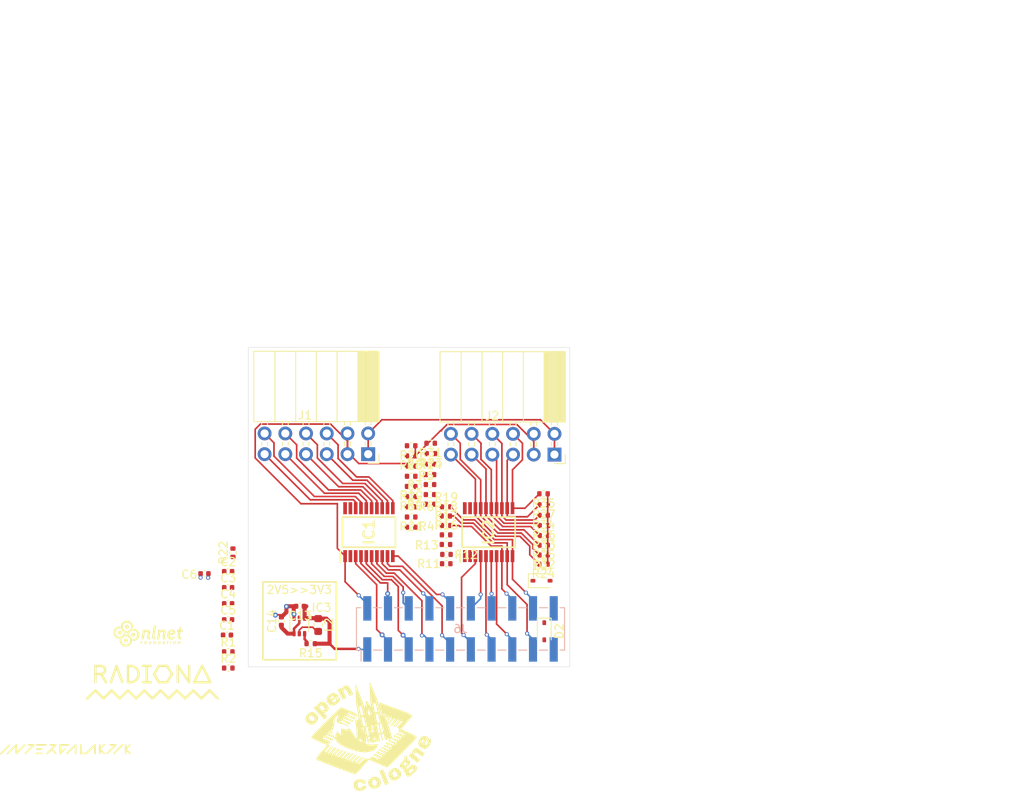
<source format=kicad_pcb>
(kicad_pcb (version 20240108) (generator "pcbnew") (generator_version "8.0")
  (layers (0 "F.Cu" signal) (1 "In1.Cu" signal) (2 "In2.Cu" signal) (31 "B.Cu" signal) (34 "B.Paste" user) (35 "F.Paste" user) (36 "B.SilkS" user "B.Silkscreen") (37 "F.SilkS" user "F.Silkscreen") (38 "B.Mask" user) (39 "F.Mask" user) (44 "Edge.Cuts" user))
  (net 0 "")
  (net 1 "GND")
  (net 2 "+2V5")
  (net 3 "+3V3")
  (net 4 "Net-(IC3-EN)")
  (net 5 "Net-(IC3-L)")
  (net 6 "+3.3V")
  (net 7 "/NB_B5")
  (net 8 "/NB_A2")
  (net 9 "/NB_B2")
  (net 10 "/NB_A0")
  (net 11 "/NB_B3")
  (net 12 "/NB_A8")
  (net 13 "/NB_A6")
  (net 14 "/NB_B6")
  (net 15 "/NB_B0")
  (net 16 "/NB_A1")
  (net 17 "/NB_B1")
  (net 18 "/NB_A4")
  (net 19 "/NB_B7")
  (net 20 "/NB_B8")
  (net 21 "/NB_A7")
  (net 22 "/NB_A5")
  (net 23 "/NB_A3")
  (net 24 "/NB_B4")
  (net 25 "/A0")
  (net 26 "/A2")
  (net 27 "/A3")
  (net 28 "/A5")
  (net 29 "/A6")
  (net 30 "/A4")
  (net 31 "/A1")
  (net 32 "/A7")
  (net 33 "/B2")
  (net 34 "/B7")
  (net 35 "/B1")
  (net 36 "/B3")
  (net 37 "/B0")
  (net 38 "/B5")
  (net 39 "/B6")
  (net 40 "/B4")
  (net 41 "Net-(D2-K)")
  (net 42 "Net-(D1-K)")
  (footprint "Resistor_SMD:R_0402_1005Metric" (layer "F.Cu") (at 143.4 87.75 180)
    (property "Reference" "R27")
    (property "Value" "10K")
  )
  (footprint "Resistor_SMD:R_0402_1005Metric" (layer "F.Cu") (at 104.74 105.79)
    (property "Reference" "R1")
    (property "Value" "200K")
  )
  (footprint "Inductor_SMD:L_0603_1608Metric" (layer "F.Cu") (at 115.7567 102.50247 90)
    (property "Reference" "L2")
    (property "Value" "4.7uH")
  )
  (footprint "Resistor_SMD:R_0402_1005Metric" (layer "F.Cu") (at 131.43 92.62)
    (property "Reference" "R13")
    (property "Value" "10K")
  )
  (footprint "Capacitor_SMD:C_0402_1005Metric" (layer "F.Cu") (at 101.82 96.2)
    (property "Reference" "C6")
    (property "Value" "100n")
  )
  (footprint "Capacitor_SMD:C_0402_1005Metric" (layer "F.Cu") (at 104.72 99.87)
    (property "Reference" "C4")
    (property "Value" "100n")
  )
  (footprint "Capacitor_SMD:C_0402_1005Metric" (layer "F.Cu") (at 111.2467 102.02247 90)
    (property "Reference" "C14")
    (property "Value" "10uF")
  )
  (footprint "Resistor_SMD:R_0402_1005Metric" (layer "F.Cu") (at 131.49 93.84)
    (property "Reference" "R12")
    (property "Value" "10K")
  )
  (footprint "Resistor_SMD:R_0402_1005Metric" (layer "F.Cu") (at 143.37 95.04 180)
    (property "Reference" "R24")
    (property "Value" "10K")
  )
  (footprint "Resistor_SMD:R_0402_1005Metric" (layer "F.Cu") (at 129.58 81.47 180)
    (property "Reference" "R23")
    (property "Value" "10K")
  )
  (footprint "Diode_SMD:D_SOD-323" (layer "F.Cu") (at 143.48 103.2675 -90)
    (property "Reference" "D2")
    (property "Value" "RB751V40T1G")
  )
  (footprint "Resistor_SMD:R_0402_1005Metric" (layer "F.Cu") (at 127.16 90.4975 180)
    (property "Reference" "R4")
    (property "Value" "10K")
  )
  (footprint "Connector_PinSocket_2.54mm:PinSocket_2x06_P2.54mm_Horizontal" (layer "F.Cu") (at 121.89 81.54 -90)
    (property "Reference" "J1")
    (property "Value" "L_dual")
  )
  (footprint "Capacitor_SMD:C_0402_1005Metric" (layer "F.Cu") (at 104.72 101.84)
    (property "Reference" "C5")
    (property "Value" "100n")
  )
  (footprint "Resistor_SMD:R_0402_1005Metric" (layer "F.Cu") (at 129.47 84.05)
    (property "Reference" "R14")
    (property "Value" "10K")
  )
  (footprint "Resistor_SMD:R_0402_1005Metric" (layer "F.Cu") (at 127.16 80.5075 180)
    (property "Reference" "R20")
    (property "Value" "10K")
  )
  (footprint "Capacitor_SMD:C_0402_1005Metric" (layer "F.Cu") (at 104.72 97.9)
    (property "Reference" "C3")
    (property "Value" "100n")
  )
  (footprint "Resistor_SMD:R_0402_1005Metric" (layer "F.Cu") (at 143.43 91.52 180)
    (property "Reference" "R33")
    (property "Value" "10K")
  )
  (footprint "intergalaktik:intergalaktik" (layer "F.Cu") (at 84.8 117.61)
    (property "Reference" "H1" (hide yes))
    (property "Value" "Logo Intergalaktik" (hide yes))
  )
  (footprint "Resistor_SMD:R_0402_1005Metric" (layer "F.Cu") (at 127.16 83.005 180)
    (property "Reference" "R7")
    (property "Value" "10K")
  )
  (footprint "Package_TO_SOT_SMD:SOT-363_SC-70-6" (layer "F.Cu") (at 113.4467 102.61247 -90)
    (property "Reference" "IC3")
    (property "Value" "TLV61225DC")
  )
  (footprint "Resistor_SMD:R_0402_1005Metric" (layer "F.Cu") (at 131.46 94.98)
    (property "Reference" "R11")
    (property "Value" "10K")
  )
  (footprint "Capacitor_SMD:C_0402_1005Metric" (layer "F.Cu") (at 104.72 95.93)
    (property "Reference" "C2")
    (property "Value" "100n")
  )
  (footprint "Diode_SMD:D_SOD-323" (layer "F.Cu") (at 143.14 97.07)
    (property "Reference" "D1")
    (property "Value" "RB751V40T1G")
  )
  (footprint "nlnet:nlnet" (layer "F.Cu") (at 94.91 103.56)
    (property "Reference" "H2" (hide yes))
    (property "Value" "Logo NLnet" (hide yes))
  )
  (footprint "Resistor_SMD:R_0402_1005Metric" (layer "F.Cu") (at 127.16 89.24875 180)
    (property "Reference" "R21")
    (property "Value" "10K")
  )
  (footprint "Resistor_SMD:R_0402_1005Metric" (layer "F.Cu") (at 143.39 86.4 180)
    (property "Reference" "R35")
    (property "Value" "10K")
  )
  (footprint "Resistor_SMD:R_0402_1005Metric" (layer "F.Cu") (at 129.47 85.27)
    (property "Reference" "R3")
    (property "Value" "10K")
  )
  (footprint "Resistor_SMD:R_0402_1005Metric" (layer "F.Cu") (at 129.47 86.5)
    (property "Reference" "R10")
    (property "Value" "10K")
  )
  (footprint "radiona:radiona" (layer "F.Cu") (at 95.44 108.52)
    (property "Reference" "H4" (hide yes))
    (property "Value" "Logo Radiona" (hide yes))
  )
  (footprint "Resistor_SMD:R_0402_1005Metric" (layer "F.Cu") (at 127.16 81.75625 180)
    (property "Reference" "R28")
    (property "Value" "10K")
  )
  (footprint "Resistor_SMD:R_0402_1005Metric" (layer "F.Cu") (at 143.4 89.04 180)
    (property "Reference" "R34")
    (property "Value" "10K")
  )
  (footprint "Resistor_SMD:R_0402_1005Metric" (layer "F.Cu") (at 129.47 82.77)
    (property "Reference" "R8")
    (property "Value" "10K")
  )
  (footprint "Resistor_SMD:R_0402_1005Metric" (layer "F.Cu") (at 114.8467 104.79247 180)
    (property "Reference" "R15")
    (property "Value" "10K")
  )
  (footprint "Resistor_SMD:R_0402_1005Metric" (layer "F.Cu") (at 131.45 88)
    (property "Reference" "R19")
    (property "Value" "10K")
  )
  (footprint "LSF0108PWR:SOP65P640X120-20N" (layer "F.Cu") (at 136.66 91.11 90)
    (property "Reference" "IC2")
    (property "Value" "LSF0108PWR" (hide yes))
  )
  (footprint "Resistor_SMD:R_0402_1005Metric" (layer "F.Cu") (at 127.16 85.5025 180)
    (property "Reference" "R29")
    (property "Value" "10K")
  )
  (footprint "Resistor_SMD:R_0402_1005Metric" (layer "F.Cu") (at 131.44 91.44)
    (property "Reference" "R16")
    (property "Value" "10K")
  )
  (footprint "Resistor_SMD:R_0402_1005Metric" (layer "F.Cu") (at 143.4 93.91 180)
    (property "Reference" "R32")
    (property "Value" "10K")
  )
  (footprint "Capacitor_SMD:C_0402_1005Metric" (layer "F.Cu") (at 113.5317 100.20247 180)
    (property "Reference" "C13")
    (property "Value" "10uF")
  )
  (footprint "Resistor_SMD:R_0402_1005Metric" (layer "F.Cu") (at 127.16 88 180)
    (property "Reference" "R6")
    (property "Value" "10K")
  )
  (footprint "Resistor_SMD:R_0402_1005Metric" (layer "F.Cu") (at 143.43 90.3 180)
    (property "Reference" "R26")
    (property "Value" "10K")
  )
  (footprint "LSF0108PWR:SOP65P640X120-20N" (layer "F.Cu") (at 121.985 91.11 90)
    (property "Reference" "IC1")
    (property "Value" "LSF0108PWR" (hide yes))
  )
  (footprint "Connector_PinSocket_2.54mm:PinSocket_2x06_P2.54mm_Horizontal" (layer "F.Cu") (at 144.73 81.59 -90)
    (property "Reference" "J2")
    (property "Value" "R_dual")
  )
  (footprint "Resistor_SMD:R_0402_1005Metric" (layer "F.Cu") (at 105.31 93.63 90)
    (property "Reference" "R22")
    (property "Value" "10K")
  )
  (footprint "Resistor_SMD:R_0402_1005Metric" (layer "F.Cu") (at 104.74 107.78)
    (property "Reference" "R2")
    (property "Value" "200K")
  )
  (footprint "Resistor_SMD:R_0402_1005Metric" (layer "F.Cu") (at 129.55 80.2 180)
    (property "Reference" "R31")
    (property "Value" "10K")
  )
  (footprint "Cologne:open_cologne" (layer "F.Cu") (at 121.773146 116.045736)
    (property "Reference" "H3")
    (property "Value" "Logo OpenCologne" (hide yes))
  )
  (footprint "Resistor_SMD:R_0402_1005Metric" (layer "F.Cu") (at 127.16 84.25375 180)
    (property "Reference" "R5")
    (property "Value" "10K")
  )
  (footprint "Capacitor_SMD:C_0402_1005Metric" (layer "F.Cu") (at 104.58 103.73)
    (property "Reference" "C1")
    (property "Value" "100n")
  )
  (footprint "Resistor_SMD:R_0402_1005Metric" (layer "F.Cu") (at 131.45 90.29)
    (property "Reference" "R17")
    (property "Value" "10K")
  )
  (footprint "Resistor_SMD:R_0402_1005Metric" (layer "F.Cu") (at 127.16 86.75125 180)
    (property "Reference" "R30")
    (property "Value" "10K")
  )
  (footprint "Resistor_SMD:R_0402_1005Metric" (layer "F.Cu") (at 143.4 92.72 180)
    (property "Reference" "R25")
    (property "Value" "10K")
  )
  (footprint "Resistor_SMD:R_0402_1005Metric" (layer "F.Cu") (at 129.47 87.68)
    (property "Reference" "R9")
    (property "Value" "10K")
  )
  (footprint "Resistor_SMD:R_0402_1005Metric" (layer "F.Cu") (at 131.41 89.13)
    (property "Reference" "R18")
    (property "Value" "10K")
  )
  (footprint "Connector_PinSocket_2.54mm:PinSocket_2x10_P2.54mm_Vertical_SMD" (layer "B.Cu") (at 133.209506 102.98 -90)
    (property "Reference" "J6")
    (property "Value" "MISC")
  )
  (gr_rect (start 108.98045 97.214752) (end 117.983782 106.76747) (stroke (width 0.2)) (fill none) (layer "F.SilkS"))
  (gr_rect (start 107.2 68.44) (end 146.6 107.63) (stroke (width 0.05)) (fill none) (layer "Edge.Cuts"))
  (gr_text "2V5>>3V3" (at 109.3392 98.76497 0) (layer "F.SilkS") (effects (font (size 1 1)) (justify left bottom)))
  (segment (start 111.8867 100.20247) (end 111.864592 100.224578) (width 0.5) (layer "F.Cu") (net 1))
  (segment (start 111.864592 100.924578) (end 111.2467 101.54247) (width 0.5) (layer "F.Cu") (net 1))
  (segment (start 111.2467 101.24747) (end 110.5517 101.24747) (width 0.2) (layer "F.Cu") (net 1))
  (segment (start 111.864592 100.224578) (end 111.864592 100.924578) (width 0.5) (layer "F.Cu") (net 1))
  (segment (start 119.35 81.3) (end 119.35 79) (width 0.2) (layer "F.Cu") (net 1))
  (segment (start 118.11 87.62) (end 118.11 93.098) (width 0.2) (layer "F.Cu") (net 1))
  (segment (start 108.04 82.016346) (end 113.643654 87.62) (width 0.2) (layer "F.Cu") (net 1))
  (segment (start 113.643654 87.62) (end 118.11 87.62) (width 0.2) (layer "F.Cu") (net 1))
  (segment (start 112.7567 101.13247) (end 112.7967 101.17247) (width 0.5) (layer "F.Cu") (net 1))
  (segment (start 130.88 78.66) (end 130.76 78.66) (width 0.2) (layer "F.Cu") (net 1))
  (segment (start 142.19 81.59) (end 142.19 79.963654) (width 0.2) (layer "F.Cu") (net 1))
  (segment (start 119.06 97.19) (end 119.06 94.048) (width 0.2) (layer "F.Cu") (net 1))
  (segment (start 130.76 78.66) (end 126.73 82.69) (width 0.2) (layer "F.Cu") (net 1))
  (segment (start 118.11 93.098) (end 119.06 94.048) (width 0.2) (layer "F.Cu") (net 1))
  (segment (start 108.67 77.85) (end 108.04 78.48) (width 0.2) (layer "F.Cu") (net 1))
  (segment (start 142.19 79.05) (end 142.19 81.59) (width 0.2) (layer "F.Cu") (net 1))
  (segment (start 126.73 82.69) (end 120.74 82.69) (width 0.2) (layer "F.Cu") (net 1))
  (segment (start 112.7967 101.17247) (end 112.7967 101.66247) (width 0.2) (layer "F.Cu") (net 1))
  (segment (start 119.35 79.913654) (end 117.286346 77.85) (width 0.2) (layer "F.Cu") (net 1))
  (segment (start 142.19 79.963654) (end 140.126346 77.9) (width 0.2) (layer "F.Cu") (net 1))
  (segment (start 119.35 79) (end 119.35 81.54) (width 0.2) (layer "F.Cu") (net 1))
  (segment (start 131.553654 77.9) (end 130.88 78.573654) (width 0.2) (layer "F.Cu") (net 1))
  (segment (start 101.34 96.68) (end 101.34 96.2) (width 0.2) (layer "F.Cu") (net 1))
  (segment (start 117.286346 77.85) (end 108.67 77.85) (width 0.2) (layer "F.Cu") (net 1))
  (segment (start 108.04 78.48) (end 108.04 82.016346) (width 0.2) (layer "F.Cu") (net 1))
  (segment (start 119.35 81.54) (end 119.35 79.913654) (width 0.2) (layer "F.Cu") (net 1))
  (segment (start 120.74 82.69) (end 119.35 81.3) (width 0.2) (layer "F.Cu") (net 1))
  (segment (start 140.126346 77.9) (end 131.553654 77.9) (width 0.2) (layer "F.Cu") (net 1))
  (segment (start 130.88 78.573654) (end 130.88 78.66) (width 0.2) (layer "F.Cu") (net 1))
  (segment (start 120.73 98.86) (end 119.06 97.19) (width 0.2) (layer "F.Cu") (net 1))
  (segment (start 112.7567 100.20247) (end 111.8867 100.20247) (width 0.5) (layer "F.Cu") (net 1))
  (segment (start 112.7567 100.20247) (end 112.7567 101.13247) (width 0.5) (layer "F.Cu") (net 1))
  (segment (start 110.5517 101.24747) (end 110.5167 101.28247) (width 0.2) (layer "F.Cu") (net 1))
  (via (at 120.73 98.86) (size 0.5) (drill 0.3) (layers "F.Cu" "B.Cu") (net 1))
  (via (at 112.7967 101.17247) (size 0.6) (drill 0.3) (layers "F.Cu" "B.Cu") (net 1))
  (via (at 110.5167 101.28247) (size 0.6) (drill 0.3) (layers "F.Cu" "B.Cu") (net 1))
  (via (at 111.864592 100.224578) (size 0.6) (drill 0.3) (layers "F.Cu" "B.Cu") (net 1))
  (via (at 101.34 96.68) (size 0.5) (drill 0.3) (layers "F.Cu" "B.Cu") (net 1))
  (segment (start 121.779506 100.46) (end 121.779506 99.909506) (width 0.2) (layer "B.Cu") (net 1))
  (segment (start 121.779506 99.909506) (end 120.73 98.86) (width 0.2) (layer "B.Cu") (net 1))
  (segment (start 114.0967 101.66247) (end 115.7042 101.66247) (width 0.5) (layer "F.Cu") (net 2))
  (segment (start 115.3567 104.79247) (end 116.6267 104.79247) (width 0.5) (layer "F.Cu") (net 2))
  (segment (start 117.1567 104.79247) (end 117.1567 102.11247) (width 0.5) (layer "F.Cu") (net 2))
  (segment (start 117.1567 102.11247) (end 116.7592 101.71497) (width 0.5) (layer "F.Cu") (net 2))
  (segment (start 114.0967 101.66247) (end 114.0967 100.41247) (width 0.5) (layer "F.Cu") (net 2))
  (segment (start 116.5767 104.84247) (end 116.6267 104.79247) (width 0.3) (layer "F.Cu") (net 2))
  (segment (start 120.7 105.43) (end 117.79423 105.43) (width 0.3) (layer "F.Cu") (net 2))
  (segment (start 116.6267 104.79247) (end 117.1567 104.79247) (width 0.5) (layer "F.Cu") (net 2))
  (segment (start 115.7042 101.66247) (end 115.7567 101.71497) (width 0.5) (layer "F.Cu") (net 2))
  (segment (start 114.0967 100.41247) (end 114.3067 100.20247) (width 0.5) (layer "F.Cu") (net 2))
  (segment (start 102.27 96.7) (end 102.3 96.67) (width 0.2) (layer "F.Cu") (net 2))
  (segment (start 117.79423 105.43) (end 117.1567 104.79247) (width 0.3) (layer "F.Cu") (net 2))
  (segment (start 102.3 96.67) (end 102.3 96.2) (width 0.2) (layer "F.Cu") (net 2))
  (segment (start 116.7592 101.71497) (end 115.7567 101.71497) (width 0.5) (layer "F.Cu") (net 2))
  (via (at 102.27 96.7) (size 0.5) (drill 0.3) (layers "F.Cu" "B.Cu") (net 2))
  (via (at 120.7 105.43) (size 0.5) (drill 0.3) (layers "F.Cu" "B.Cu") (net 2))
  (segment (start 121.779506 105.5) (end 120.77 105.5) (width 0.2) (layer "B.Cu") (net 2))
  (segment (start 120.77 105.5) (end 120.7 105.43) (width 0.2) (layer "B.Cu") (net 2))
  (segment (start 112.7967 103.56247) (end 112.7967 102.94247) (width 0.3) (layer "F.Cu") (net 3))
  (segment (start 112.7967 102.94247) (end 113.4467 102.29247) (width 0.3) (layer "F.Cu") (net 3))
  (segment (start 112.4867 103.55247) (end 112.0017 103.55247) (width 0.5) (layer "F.Cu") (net 3))
  (segment (start 127.67 80.5075) (end 127.67 81.75625) (width 0.2) (layer "F.Cu") (net 3))
  (segment (start 143.9 86.4) (end 143.9 95.02) (width 0.2) (layer "F.Cu") (net 3))
  (segment (start 112.0017 103.55247) (end 111.2467 102.79747) (width 0.5) (layer "F.Cu") (net 3))
  (segment (start 143.9 95.02) (end 143.88 95.04) (width 0.2) (layer "F.Cu") (net 3))
  (segment (start 113.4467 102.29247) (end 113.4467 101.66247) (width 0.3) (layer "F.Cu") (net 3))
  (segment (start 114.3367 104.48247) (end 114.0967 104.24247) (width 0.3) (layer "F.Cu") (net 4))
  (segment (start 114.0967 104.24247) (end 114.0967 103.56247) (width 0.3) (layer "F.Cu") (net 4))
  (segment (start 114.3367 104.79247) (end 114.3367 104.48247) (width 0.3) (layer "F.Cu") (net 4))
  (segment (start 113.8067 102.77247) (end 113.4467 103.13247) (width 0.2) (layer "F.Cu") (net 5))
  (segment (start 115.6042 103.28997) (end 115.0867 102.77247) (width 0.2) (layer "F.Cu") (net 5))
  (segment (start 115.7567 103.28997) (end 115.6042 103.28997) (width 0.2) (layer "F.Cu") (net 5))
  (segment (start 113.4467 103.13247) (end 113.4467 103.56247) (width 0.2) (layer "F.Cu") (net 5))
  (segment (start 115.0867 102.77247) (end 113.8067 102.77247) (width 0.2) (layer "F.Cu") (net 5))
  (segment (start 121.89 79) (end 121.89 81.54) (width 0.2) (layer "F.Cu") (net 6))
  (segment (start 144.73 79.05) (end 144.73 81.59) (width 0.2) (layer "F.Cu") (net 6))
  (segment (start 121.89 79) (end 123.57 77.32) (width 0.2) (layer "F.Cu") (net 6))
  (segment (start 123.57 77.32) (end 143 77.32) (width 0.2) (layer "F.Cu") (net 6))
  (segment (start 143 77.32) (end 144.73 79.05) (width 0.2) (layer "F.Cu") (net 6))
  (segment (start 136.985 98.635) (end 136.985 94.048) (width 0.2) (layer "F.Cu") (net 7))
  (segment (start 137.02 98.67) (end 136.985 98.635) (width 0.2) (layer "F.Cu") (net 7))
  (via (at 137.02 98.67) (size 0.5) (drill 0.3) (layers "F.Cu" "B.Cu") (net 7))
  (segment (start 137.019506 98.670494) (end 137.02 98.67) (width 0.2) (layer "B.Cu") (net 7))
  (segment (start 137.019506 100.46) (end 137.019506 98.670494) (width 0.2) (layer "B.Cu") (net 7))
  (segment (start 128.48 99.53) (end 128.48 103.78) (width 0.2) (layer "F.Cu") (net 8))
  (segment (start 125.09 96.14) (end 128.48 99.53) (width 0.2) (layer "F.Cu") (net 8))
  (segment (start 124.1145 96.14) (end 125.09 96.14) (width 0.2) (layer "F.Cu") (net 8))
  (segment (start 122.96 94.048) (end 122.96 94.9855) (width 0.2) (layer "F.Cu") (net 8))
  (segment (start 122.96 94.9855) (end 124.1145 96.14) (width 0.2) (layer "F.Cu") (net 8))
  (via (at 128.48 103.78) (size 0.5) (drill 0.3) (layers "F.Cu" "B.Cu") (net 8))
  (segment (start 129.399506 104.459506) (end 129.399506 105.5) (width 0.2) (layer "B.Cu") (net 8))
  (segment (start 128.72 103.78) (end 129.399506 104.459506) (width 0.2) (layer "B.Cu") (net 8))
  (segment (start 128.48 103.78) (end 128.72 103.78) (width 0.2) (layer "B.Cu") (net 8))
  (segment (start 123.61 94.048) (end 123.61 94.9855) (width 0.2) (layer "F.Cu") (net 9))
  (segment (start 125.76 95.74) (end 128.64 98.62) (width 0.2) (layer "F.Cu") (net 9))
  (segment (start 124.3645 95.74) (end 125.76 95.74) (width 0.2) (layer "F.Cu") (net 9))
  (segment (start 123.61 94.9855) (end 124.3645 95.74) (width 0.2) (layer "F.Cu") (net 9))
  (via (at 128.64 98.62) (size 0.5) (drill 0.3) (layers "F.Cu" "B.Cu") (net 9))
  (segment (start 129.399506 99.379506) (end 129.399506 100.46) (width 0.2) (layer "B.Cu") (net 9))
  (segment (start 128.64 98.62) (end 129.399506 99.379506) (width 0.2) (layer "B.Cu") (net 9))
  (segment (start 122.93 97.5555) (end 120.36 94.9855) (width 0.2) (layer "F.Cu") (net 10))
  (segment (start 120.36 94.9855) (end 120.36 94.048) (width 0.2) (layer "F.Cu") (net 10))
  (segment (start 122.93 103.04) (end 122.93 97.5555) (width 0.2) (layer "F.Cu") (net 10))
  (segment (start 123.6 103.71) (end 122.93 103.04) (width 0.2) (layer "F.Cu") (net 10))
  (via (at 123.6 103.71) (size 0.6) (drill 0.3) (layers "F.Cu" "B.Cu") (net 10))
  (segment (start 124.319506 105.5) (end 124.319506 104.429506) (width 0.2) (layer "B.Cu") (net 10))
  (segment (start 124.319506 104.429506) (end 123.6 103.71) (width 0.2) (layer "B.Cu") (net 10))
  (segment (start 125.568 94.048) (end 130.27 98.75) (width 0.2) (layer "F.Cu") (net 11))
  (segment (start 130.27 98.75) (end 131 98.75) (width 0.2) (layer "F.Cu") (net 11))
  (segment (start 124.91 94.048) (end 125.568 94.048) (width 0.2) (layer "F.Cu") (net 11))
  (via (at 131 98.75) (size 0.5) (drill 0.3) (layers "F.Cu" "B.Cu") (net 11))
  (segment (start 131.939506 99.689506) (end 131.939506 100.46) (width 0.2) (layer "B.Cu") (net 11))
  (segment (start 131 98.75) (end 131.939506 99.689506) (width 0.2) (layer "B.Cu") (net 11))
  (segment (start 137.635 102.375) (end 137.635 94.048) (width 0.2) (layer "F.Cu") (net 13))
  (segment (start 138.89 103.63) (end 137.635 102.375) (width 0.2) (layer "F.Cu") (net 13))
  (via (at 138.89 103.63) (size 0.5) (drill 0.3) (layers "F.Cu" "B.Cu") (net 13))
  (segment (start 139.559506 105.5) (end 139.559506 104.299506) (width 0.2) (layer "B.Cu") (net 13))
  (segment (start 139.559506 104.299506) (end 138.89 103.63) (width 0.2) (layer "B.Cu") (net 13))
  (segment (start 131.97 90.3) (end 133.014314 90.3) (width 0.2) (layer "F.Cu") (net 14))
  (segment (start 138.285 98.075) (end 138.285 94.048) (width 0.2) (layer "F.Cu") (net 14))
  (segment (start 138.85 98.64) (end 138.285 98.075) (width 0.2) (layer "F.Cu") (net 14))
  (segment (start 131.96 90.29) (end 131.97 90.3) (width 0.2) (layer "F.Cu") (net 14))
  (segment (start 133.124314 90.41) (end 134.56 90.41) (width 0.2) (layer "F.Cu") (net 14))
  (segment (start 136.97 92.82) (end 138.285 92.82) (width 0.2) (layer "F.Cu") (net 14))
  (segment (start 138.285 92.82) (end 138.285 94.048) (width 0.2) (layer "F.Cu") (net 14))
  (segment (start 133.014314 90.3) (end 133.124314 90.41) (width 0.2) (layer "F.Cu") (net 14))
  (segment (start 134.56 90.41) (end 136.97 92.82) (width 0.2) (layer "F.Cu") (net 14))
  (via (at 138.85 98.64) (size 0.5) (drill 0.3) (layers "F.Cu" "B.Cu") (net 14))
  (segment (start 139.559506 100.46) (end 139.559506 99.349506) (width 0.2) (layer "B.Cu") (net 14))
  (segment (start 139.559506 99.349506) (end 138.85 98.64) (width 0.2) (layer "B.Cu") (net 14))
  (segment (start 121.01 94.9605) (end 121.01 94.048) (width 0.2) (layer "F.Cu") (net 15))
  (segment (start 124.28 98.66) (end 124.22 98.6) (width 0.2) (layer "F.Cu") (net 15))
  (segment (start 123.3895 97.34) (end 121.01 94.9605) (width 0.2) (layer "F.Cu") (net 15))
  (segment (start 124.28 98.66) (end 124.28 97.34) (width 0.2) (layer "F.Cu") (net 15))
  (segment (start 124.28 97.34) (end 123.3895 97.34) (width 0.2) (layer "F.Cu") (net 15))
  (via (at 124.28 98.66) (size 0.6) (drill 0.3) (layers "F.Cu" "B.Cu") (net 15))
  (segment (start 124.319506 98.699506) (end 124.28 98.66) (width 0.2) (layer "B.Cu") (net 15))
  (segment (start 124.319506 100.46) (end 124.319506 98.699506) (width 0.2) (layer "B.Cu") (net 15))
  (segment (start 121.66 94.048) (end 121.66 94.9855) (width 0.2) (layer "F.Cu") (net 16))
  (segment (start 125.58 103.16) (end 125.58 97.79) (width 0.2) (layer "F.Cu") (net 16))
  (segment (start 124.73 96.94) (end 125.58 97.79) (width 0.2) (layer "F.Cu") (net 16))
  (segment (start 121.66 94.9855) (end 123.6145 96.94) (width 0.2) (layer "F.Cu") (net 16))
  (segment (start 126.17 103.75) (end 125.58 103.16) (width 0.2) (layer "F.Cu") (net 16))
  (segment (start 123.6145 96.94) (end 124.73 96.94) (width 0.2) (layer "F.Cu") (net 16))
  (via (at 126.17 103.75) (size 0.6) (drill 0.3) (layers "F.Cu" "B.Cu") (net 16))
  (segment (start 126.859506 104.439506) (end 126.17 103.75) (width 0.2) (layer "B.Cu") (net 16))
  (segment (start 126.859506 105.5) (end 126.859506 104.439506) (width 0.2) (layer "B.Cu") (net 16))
  (segment (start 122.31 94.9855) (end 123.8645 96.54) (width 0.2) (layer "F.Cu") (net 17))
  (segment (start 122.31 94.048) (end 122.31 94.9855) (width 0.2) (layer "F.Cu") (net 17))
  (segment (start 126.18 97.824314) (end 126.18 98.53) (width 0.2) (layer "F.Cu") (net 17))
  (segment (start 123.8645 96.54) (end 124.895686 96.54) (width 0.2) (layer "F.Cu") (net 17))
  (segment (start 124.895686 96.54) (end 126.18 97.824314) (width 0.2) (layer "F.Cu") (net 17))
  (via (at 126.18 98.53) (size 0.5) (drill 0.3) (layers "F.Cu" "B.Cu") (net 17))
  (segment (start 126.18 98.53) (end 126.18 99.780494) (width 0.2) (layer "B.Cu") (net 17))
  (segment (start 126.18 99.780494) (end 126.859506 100.46) (width 0.2) (layer "B.Cu") (net 17))
  (segment (start 133.34 96.6555) (end 135.035 94.9605) (width 0.2) (layer "F.Cu") (net 18))
  (segment (start 135.035 94.9605) (end 135.035 94.048) (width 0.2) (layer "F.Cu") (net 18))
  (segment (start 133.34 103.49) (end 133.34 96.6555) (width 0.2) (layer "F.Cu") (net 18))
  (segment (start 133.59 103.74) (end 133.34 103.49) (width 0.2) (layer "F.Cu") (net 18))
  (via (at 133.59 103.74) (size 0.5) (drill 0.3) (layers "F.Cu" "B.Cu") (net 18))
  (segment (start 134.479506 105.5) (end 134.479506 104.629506) (width 0.2) (layer "B.Cu") (net 18))
  (segment (start 134.479506 104.629506) (end 133.59 103.74) (width 0.2) (layer "B.Cu") (net 18))
  (segment (start 141.23 98.53) (end 139.585 96.885) (width 0.2) (layer "F.Cu") (net 19))
  (segment (start 131.96 88) (end 133.56 89.6) (width 0.2) (layer "F.Cu") (net 19))
  (segment (start 139.585 92.02) (end 139.585 94.048) (width 0.2) (layer "F.Cu") (net 19))
  (segment (start 134.94 89.6) (end 137.36 92.02) (width 0.2) (layer "F.Cu") (net 19))
  (segment (start 133.56 89.6) (end 134.94 89.6) (width 0.2) (layer "F.Cu") (net 19))
  (segment (start 139.585 96.885) (end 139.585 94.048) (width 0.2) (layer "F.Cu") (net 19))
  (segment (start 137.36 92.02) (end 139.585 92.02) (width 0.2) (layer "F.Cu") (net 19))
  (via (at 141.23 98.53) (size 0.5) (drill 0.3) (layers "F.Cu" "B.Cu") (net 19))
  (segment (start 142.099506 100.46) (end 142.099506 99.399506) (width 0.2) (layer "B.Cu") (net 19))
  (segment (start 142.099506 99.399506) (end 141.23 98.53) (width 0.2) (layer "B.Cu") (net 19))
  (segment (start 132.41 89.13) (end 133.29 90.01) (width 0.2) (layer "F.Cu") (net 21))
  (segment (start 134.784314 90.01) (end 137.194314 92.42) (width 0.2) (layer "F.Cu") (net 21))
  (segment (start 138.935 97.555) (end 138.935 94.048) (width 0.2) (layer "F.Cu") (net 21))
  (segment (start 137.194314 92.42) (end 138.935 92.42) (width 0.2) (layer "F.Cu") (net 21))
  (segment (start 141.37 103.54) (end 141.37 99.99) (width 0.2) (layer "F.Cu") (net 21))
  (segment (start 141.37 99.99) (end 138.935 97.555) (width 0.2) (layer "F.Cu") (net 21))
  (segment (start 138.935 92.42) (end 138.935 94.048) (width 0.2) (layer "F.Cu") (net 21))
  (segment (start 131.92 89.13) (end 132.41 89.13) (width 0.2) (layer "F.Cu") (net 21))
  (segment (start 133.29 90.01) (end 134.784314 90.01) (width 0.2) (layer "F.Cu") (net 21))
  (via (at 141.37 103.54) (size 0.5) (drill 0.3) (layers "F.Cu" "B.Cu") (net 21))
  (segment (start 142.099506 104.269506) (end 141.37 103.54) (width 0.2) (layer "B.Cu") (net 21))
  (segment (start 142.099506 105.5) (end 142.099506 104.269506) (width 0.2) (layer "B.Cu") (net 21))
  (segment (start 136.44 103.69) (end 136.335 103.585) (width 0.2) (layer "F.Cu") (net 22))
  (segment (start 136.335 103.585) (end 136.335 94.048) (width 0.2) (layer "F.Cu") (net 22))
  (via (at 136.44 103.69) (size 0.5) (drill 0.3) (layers "F.Cu" "B.Cu") (net 22))
  (segment (start 137.019506 104.269506) (end 137.019506 105.5) (width 0.2) (layer "B.Cu") (net 22))
  (segment (start 136.44 103.69) (end 137.019506 104.269506) (width 0.2) (layer "B.Cu") (net 22))
  (segment (start 124.26 94.9855) (end 124.5745 95.3) (width 0.2) (layer "F.Cu") (net 23))
  (segment (start 130.95 100.152182) (end 130.95 103.76) (width 0.2) (layer "F.Cu") (net 23))
  (segment (start 124.26 94.048) (end 124.26 94.9855) (width 0.2) (layer "F.Cu") (net 23))
  (segment (start 124.5745 95.3) (end 126.097818 95.3) (width 0.2) (layer "F.Cu") (net 23))
  (segment (start 126.097818 95.3) (end 130.95 100.152182) (width 0.2) (layer "F.Cu") (net 23))
  (via (at 130.95 103.76) (size 0.5) (drill 0.3) (layers "F.Cu" "B.Cu") (net 23))
  (segment (start 131.939506 105.5) (end 131.939506 104.749506) (width 0.2) (layer "B.Cu") (net 23))
  (segment (start 131.939506 104.749506) (end 130.95 103.76) (width 0.2) (layer "B.Cu") (net 23))
  (segment (start 135.685 98.75) (end 135.685 94.048) (width 0.2) (layer "F.Cu") (net 24))
  (via (at 135.685 98.75) (size 0.5) (drill 0.3) (layers "F.Cu" "B.Cu") (net 24))
  (segment (start 135.685 98.75) (end 135.685 99.254506) (width 0.2) (layer "B.Cu") (net 24))
  (segment (start 135.685 99.254506) (end 134.479506 100.46) (width 0.2) (layer "B.Cu") (net 24))
  (segment (start 109.19 81.54) (end 114.7845 87.1345) (width 0.2) (layer "F.Cu") (net 25))
  (segment (start 114.7845 87.1345) (end 120.07 87.1345) (width 0.2) (layer "F.Cu") (net 25))
  (segment (start 120.07 87.1345) (end 120.36 87.4245) (width 0.2) (layer "F.Cu") (net 25))
  (segment (start 120.36 87.4245) (end 120.36 88.172) (width 0.2) (layer "F.Cu") (net 25))
  (segment (start 118.2645 85.5345) (end 121.235 85.5345) (width 0.2) (layer "F.Cu") (net 26))
  (segment (start 122.96 87.2595) (end 122.96 88.172) (width 0.2) (layer "F.Cu") (net 26))
  (segment (start 121.235 85.5345) (end 122.96 87.2595) (width 0.2) (layer "F.Cu") (net 26))
  (segment (start 114.27 81.54) (end 118.2645 85.5345) (width 0.2) (layer "F.Cu") (net 26))
  (segment (start 121.735 84.7345) (end 124.26 87.2595) (width 0.2) (layer "F.Cu") (net 27))
  (segment (start 116.81 81.54) (end 120.0045 84.7345) (width 0.2) (layer "F.Cu") (net 27))
  (segment (start 124.26 87.2595) (end 124.26 88.172) (width 0.2) (layer "F.Cu") (net 27))
  (segment (start 120.0045 84.7345) (end 121.735 84.7345) (width 0.2) (layer "F.Cu") (net 27))
  (segment (start 136.335 83.355) (end 136.335 88.172) (width 0.2) (layer "F.Cu") (net 28))
  (segment (start 134.57 81.59) (end 136.335 83.355) (width 0.2) (layer "F.Cu") (net 28))
  (segment (start 138.0455 90.82) (end 140.99 90.82) (width 0.2) (layer "F.Cu") (net 28))
  (segment (start 136.335 89.1095) (end 138.0455 90.82) (width 0.2) (layer "F.Cu") (net 28))
  (segment (start 140.99 90.82) (end 142.89 92.72) (width 0.2) (layer "F.Cu") (net 28))
  (segment (start 136.335 88.172) (end 136.335 89.1095) (width 0.2) (layer "F.Cu") (net 28))
  (segment (start 137.635 89.1095) (end 138.5455 90.02) (width 0.2) (layer "F.Cu") (net 29))
  (segment (start 142.64 90.02) (end 142.92 90.3) (width 0.2) (layer "F.Cu") (net 29))
  (segment (start 137.11 81.59) (end 137.635 82.115) (width 0.2) (layer "F.Cu") (net 29))
  (segment (start 138.5455 90.02) (end 142.64 90.02) (width 0.2) (layer "F.Cu") (net 29))
  (segment (start 137.635 82.115) (end 137.635 88.172) (width 0.2) (layer "F.Cu") (net 29))
  (segment (start 137.635 88.172) (end 137.635 89.1095) (width 0.2) (layer "F.Cu") (net 29))
  (segment (start 135.035 89.1095) (end 137.5455 91.62) (width 0.2) (layer "F.Cu") (net 30))
  (segment (start 135.035 88.172) (end 135.035 89.1095) (width 0.2) (layer "F.Cu") (net 30))
  (segment (start 141.7 93.88) (end 142.86 95.04) (width 0.2) (layer "F.Cu") (net 30))
  (segment (start 141.7 92.825686) (end 141.7 93.88) (width 0.2) (layer "F.Cu") (net 30))
  (segment (start 132.03 81.59) (end 135.035 84.595) (width 0.2) (layer "F.Cu") (net 30))
  (segment (start 135.035 84.595) (end 135.035 88.172) (width 0.2) (layer "F.Cu") (net 30))
  (segment (start 137.5455 91.62) (end 140.494314 91.62) (width 0.2) (layer "F.Cu") (net 30))
  (segment (start 140.494314 91.62) (end 141.7 92.825686) (width 0.2) (layer "F.Cu") (net 30))
  (segment (start 111.73 81.54) (end 116.5245 86.3345) (width 0.2) (layer "F.Cu") (net 31))
  (segment (start 121.66 87.2595) (end 121.66 88.172) (width 0.2) (layer "F.Cu") (net 31))
  (segment (start 116.5245 86.3345) (end 120.735 86.3345) (width 0.2) (layer "F.Cu") (net 31))
  (segment (start 120.735 86.3345) (end 121.66 87.2595) (width 0.2) (layer "F.Cu") (net 31))
  (segment (start 138.935 82.305) (end 138.935 88.172) (width 0.2) (layer "F.Cu") (net 32))
  (segment (start 139.65 81.59) (end 138.935 82.305) (width 0.2) (layer "F.Cu") (net 32))
  (segment (start 138.935 89.1095) (end 139.0455 89.22) (width 0.2) (layer "F.Cu") (net 32))
  (segment (start 139.0455 89.22) (end 141.42 89.22) (width 0.2) (layer "F.Cu") (net 32))
  (segment (start 141.42 89.22) (end 142.89 87.75) (width 0.2) (layer "F.Cu") (net 32))
  (segment (start 138.935 88.172) (end 138.935 89.1095) (width 0.2) (layer "F.Cu") (net 32))
  (segment (start 118.7745 85.1345) (end 121.485 85.1345) (width 0.2) (layer "F.Cu") (net 33))
  (segment (start 123.61 87.2595) (end 123.61 88.172) (width 0.2) (layer "F.Cu") (net 33))
  (segment (start 114.27 79) (end 115.66 80.39) (width 0.2) (layer "F.Cu") (net 33))
  (segment (start 115.66 82.02) (end 118.7745 85.1345) (width 0.2) (layer "F.Cu") (net 33))
  (segment (start 121.485 85.1345) (end 123.61 87.2595) (width 0.2) (layer "F.Cu") (net 33))
  (segment (start 115.66 80.39) (end 115.66 82.02) (width 0.2) (layer "F.Cu") (net 33))
  (segment (start 139.65 79.05) (end 140.8 80.2) (width 0.2) (layer "F.Cu") (net 34))
  (segment (start 140.8 80.2) (end 140.8 82.24) (width 0.2) (layer "F.Cu") (net 34))
  (segment (start 141.108 88.172) (end 142.88 86.4) (width 0.2) (layer "F.Cu") (net 34))
  (segment (start 140.8 82.24) (end 139.585 83.455) (width 0.2) (layer "F.Cu") (net 34))
  (segment (start 139.585 83.455) (end 139.585 88.172) (width 0.2) (layer "F.Cu") (net 34))
  (segment (start 139.585 88.172) (end 141.108 88.172) (width 0.2) (layer "F.Cu") (net 34))
  (segment (start 117.038154 85.9345) (end 120.985 85.9345) (width 0.2) (layer "F.Cu") (net 35))
  (segment (start 111.73 79) (end 113.12 80.39) (width 0.2) (layer "F.Cu") (net 35))
  (segment (start 122.31 87.2595) (end 122.31 88.172) (width 0.2) (layer "F.Cu") (net 35))
  (segment (start 113.12 82.016346) (end 117.038154 85.9345) (width 0.2) (layer "F.Cu") (net 35))
  (segment (start 113.12 80.39) (end 113.12 82.016346) (width 0.2) (layer "F.Cu") (net 35))
  (segment (start 120.985 85.9345) (end 122.31 87.2595) (width 0.2) (layer "F.Cu") (net 35))
  (segment (start 120.4645 84.3345) (end 121.985 84.3345) (width 0.2) (layer "F.Cu") (net 36))
  (segment (start 124.91 87.2595) (end 124.91 88.172) (width 0.2) (layer "F.Cu") (net 36))
  (segment (start 118.2 82.07) (end 120.4645 84.3345) (width 0.2) (layer "F.Cu") (net 36))
  (segment (start 118.2 80.39) (end 118.2 82.07) (width 0.2) (layer "F.Cu") (net 36))
  (segment (start 116.81 79) (end 118.2 80.39) (width 0.2) (layer "F.Cu") (net 36))
  (segment (start 121.985 84.3345) (end 124.91 87.2595) (width 0.2) (layer "F.Cu") (net 36))
  (segment (start 110.34 81.78) (end 115.2945 86.7345) (width 0.2) (layer "F.Cu") (net 37))
  (segment (start 115.2945 86.7345) (end 120.3145 86.7345) (width 0.2) (layer "F.Cu") (net 37))
  (segment (start 109.19 79) (end 110.34 80.15) (width 0.2) (layer "F.Cu") (net 37))
  (segment (start 120.3145 86.7345) (end 121.01 87.43) (width 0.2) (layer "F.Cu") (net 37))
  (segment (start 121.01 87.43) (end 121.01 88.172) (width 0.2) (layer "F.Cu") (net 37))
  (segment (start 110.34 80.15) (end 110.34 81.78) (width 0.2) (layer "F.Cu") (net 37))
  (segment (start 136.985 83.439314) (end 136.985 88.172) (width 0.2) (layer "F.Cu") (net 38))
  (segment (start 138.379814 90.42) (end 141.82 90.42) (width 0.2) (layer "F.Cu") (net 38))
  (segment (start 135.72 80.2) (end 135.72 82.174314) (width 0.2) (layer "F.Cu") (net 38))
  (segment (start 136.985 88.172) (end 136.985 89.025186) (width 0.2) (layer "F.Cu") (net 38))
  (segment (start 134.57 79.05) (end 135.72 80.2) (width 0.2) (layer "F.Cu") (net 38))
  (segment (start 141.82 90.42) (end 142.92 91.52) (width 0.2) (layer "F.Cu") (net 38))
  (segment (start 136.985 89.025186) (end 138.379814 90.42) (width 0.2) (layer "F.Cu") (net 38))
  (segment (start 135.72 82.174314) (end 136.985 83.439314) (width 0.2) (layer "F.Cu") (net 38))
  (segment (start 138.285 80.225) (end 138.285 88.172) (width 0.2) (layer "F.Cu") (net 39))
  (segment (start 137.11 79.05) (end 138.285 80.225) (width 0.2) (layer "F.Cu") (net 39))
  (segment (start 138.285 88.172) (end 138.285 89.1095) (width 0.2) (layer "F.Cu") (net 39))
  (segment (start 138.285 89.1095) (end 138.7955 89.62) (width 0.2) (layer "F.Cu") (net 39))
  (segment (start 142.31 89.62) (end 142.89 89.04) (width 0.2) (layer "F.Cu") (net 39))
  (segment (start 138.7955 89.62) (end 142.31 89.62) (width 0.2) (layer "F.Cu") (net 39))
  (segment (start 132.03 79.05) (end 133.18 80.2) (width 0.2) (layer "F.Cu") (net 40))
  (segment (start 133.18 80.2) (end 133.18 82.174314) (width 0.2) (layer "F.Cu") (net 40))
  (segment (start 135.685 89.1095) (end 137.7955 91.22) (width 0.2) (layer "F.Cu") (net 40))
  (segment (start 140.66 91.22) (end 142.1 92.66) (width 0.2) (layer "F.Cu") (net 40))
  (segment (start 135.685 88.172) (end 135.685 89.1095) (width 0.2) (layer "F.Cu") (net 40))
  (segment (start 142.1 92.66) (end 142.1 93.12) (width 0.2) (layer "F.Cu") (net 40))
  (segment (start 142.1 93.12) (end 142.89 93.91) (width 0.2) (layer "F.Cu") (net 40))
  (segment (start 133.18 82.174314) (end 135.685 84.679314) (width 0.2) (layer "F.Cu") (net 40))
  (segment (start 137.7955 91.22) (end 140.66 91.22) (width 0.2) (layer "F.Cu") (net 40))
  (segment (start 135.685 84.679314) (end 135.685 88.172) (width 0.2) (layer "F.Cu") (net 40))
)
</source>
